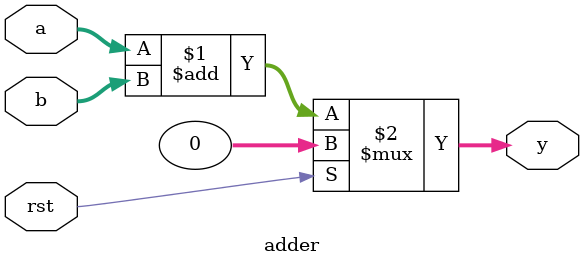
<source format=v>
module adder(output  [31:0] y,input   [31:0] a, b, input rst);
     assign y = rst ? 0 : a + b;
endmodule
</source>
